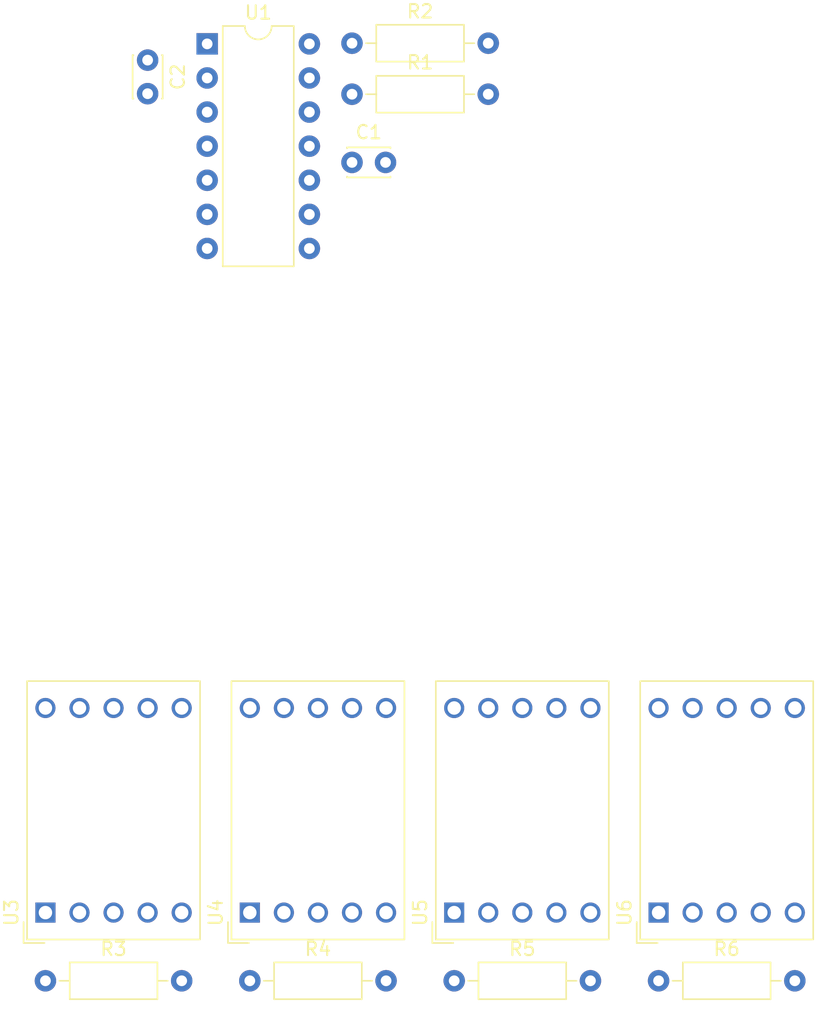
<source format=kicad_pcb>
(kicad_pcb (version 20211014) (generator pcbnew)
  (layers (0 "F.Cu" signal) (31 "B.Cu" signal) (34 "B.Paste" user) (35 "F.Paste" user) (36 "B.SilkS" user "B.Silkscreen") (37 "F.SilkS" user "F.Silkscreen") (38 "B.Mask" user) (39 "F.Mask" user) (44 "Edge.Cuts" user))
  (net 0 "")
  (net 1 "+3V3")
  (net 2 "GND")
  (net 3 "Net-(C2-Pad1)")
  (net 4 "Net-(R1-Pad2)")
  (net 5 "/DISP_CC1")
  (net 6 "Net-(R3-Pad1)")
  (net 7 "/DISP_CC2")
  (net 8 "Net-(R4-Pad1)")
  (net 9 "Net-(R5-Pad1)")
  (net 10 "/DISP_CC3")
  (net 11 "Net-(R6-Pad1)")
  (net 12 "/DISP_CC4")
  (net 13 "/TRIG")
  (net 19 "/DISP_D")
  (net 20 "/DISP_E")
  (net 21 "/DISP_F")
  (net 22 "/DISP_A")
  (net 23 "/DISP_G")
  (net 24 "/DISP_DP")
  (net 25 "/DISP_C")
  (net 26 "/DISP_B")
  (footprint "Resistor_THT:R_Axial_DIN0207_L6.3mm_D2.5mm_P10.16mm_Horizontal" (layer "F.Cu") (at 86.36 142.24)
    (fp_text reference "R3" (at 5.08 -2.37) (layer "F.SilkS"))
    (fp_text value "120")
    (fp_line (start 8.35 1.37) (end 8.35 -1.37) (layer "F.SilkS") (width 0.12))
    (fp_line (start 8.35 -1.37) (end 1.81 -1.37) (layer "F.SilkS") (width 0.12))
    (fp_line (start 9.12 0) (end 8.35 0) (layer "F.SilkS") (width 0.12))
    (fp_line (start 1.04 0) (end 1.81 0) (layer "F.SilkS") (width 0.12))
    (fp_line (start 1.81 1.37) (end 8.35 1.37) (layer "F.SilkS") (width 0.12))
    (fp_line (start 1.81 -1.37) (end 1.81 1.37) (layer "F.SilkS") (width 0.12))
    (pad "1" thru_hole circle (at 0 0) (size 1.6 1.6) (drill 0.8) (layers *.Cu *.Mask) (net 6 "Net-(R3-Pad1)"))
    (pad "2" thru_hole oval (at 10.16 0) (size 1.6 1.6) (drill 0.8) (layers *.Cu *.Mask) (net 5 "/DISP_CC1"))
  )
  (footprint "Package_DIP:DIP-14_W7.62mm" (layer "F.Cu") (at 98.42 72.45)
    (fp_text reference "U1" (at 3.81 -2.33) (layer "F.SilkS"))
    (fp_text value "74HC14")
    (fp_line (start 1.16 16.57) (end 6.46 16.57) (layer "F.SilkS") (width 0.12))
    (fp_line (start 6.46 16.57) (end 6.46 -1.33) (layer "F.SilkS") (width 0.12))
    (fp_line (start 6.46 -1.33) (end 4.81 -1.33) (layer "F.SilkS") (width 0.12))
    (fp_line (start 2.81 -1.33) (end 1.16 -1.33) (layer "F.SilkS") (width 0.12))
    (fp_line (start 1.16 -1.33) (end 1.16 16.57) (layer "F.SilkS") (width 0.12))
    (fp_arc (start 4.81 -1.33) (mid 3.81 -0.33) (end 2.81 -1.33) (layer "F.SilkS") (width 0.12))
    (pad "1" thru_hole rect (at 0 0) (size 1.6 1.6) (drill 0.8) (layers *.Cu *.Mask) (net 3 "Net-(C2-Pad1)"))
    (pad "2" thru_hole oval (at 0 2.54) (size 1.6 1.6) (drill 0.8) (layers *.Cu *.Mask) (net 13 "/TRIG"))
    (pad "3" thru_hole oval (at 0 5.08) (size 1.6 1.6) (drill 0.8) (layers *.Cu *.Mask) (net 2 "GND"))
    (pad "4" thru_hole oval (at 0 7.62) (size 1.6 1.6) (drill 0.8) (layers *.Cu *.Mask))
    (pad "5" thru_hole oval (at 0 10.16) (size 1.6 1.6) (drill 0.8) (layers *.Cu *.Mask) (net 2 "GND"))
    (pad "6" thru_hole oval (at 0 12.7) (size 1.6 1.6) (drill 0.8) (layers *.Cu *.Mask))
    (pad "7" thru_hole oval (at 0 15.24) (size 1.6 1.6) (drill 0.8) (layers *.Cu *.Mask) (net 2 "GND"))
    (pad "8" thru_hole oval (at 7.62 15.24) (size 1.6 1.6) (drill 0.8) (layers *.Cu *.Mask))
    (pad "9" thru_hole oval (at 7.62 12.7) (size 1.6 1.6) (drill 0.8) (layers *.Cu *.Mask) (net 2 "GND"))
    (pad "10" thru_hole oval (at 7.62 10.16) (size 1.6 1.6) (drill 0.8) (layers *.Cu *.Mask))
    (pad "11" thru_hole oval (at 7.62 7.62) (size 1.6 1.6) (drill 0.8) (layers *.Cu *.Mask) (net 2 "GND"))
    (pad "12" thru_hole oval (at 7.62 5.08) (size 1.6 1.6) (drill 0.8) (layers *.Cu *.Mask))
    (pad "13" thru_hole oval (at 7.62 2.54) (size 1.6 1.6) (drill 0.8) (layers *.Cu *.Mask) (net 2 "GND"))
    (pad "14" thru_hole oval (at 7.62 0) (size 1.6 1.6) (drill 0.8) (layers *.Cu *.Mask) (net 1 "+3V3"))
  )
  (footprint "Resistor_THT:R_Axial_DIN0207_L6.3mm_D2.5mm_P10.16mm_Horizontal" (layer "F.Cu") (at 101.6 142.24)
    (fp_text reference "R4" (at 5.08 -2.37) (layer "F.SilkS"))
    (fp_text value "120")
    (fp_line (start 1.81 -1.37) (end 1.81 1.37) (layer "F.SilkS") (width 0.12))
    (fp_line (start 8.35 -1.37) (end 1.81 -1.37) (layer "F.SilkS") (width 0.12))
    (fp_line (start 1.81 1.37) (end 8.35 1.37) (layer "F.SilkS") (width 0.12))
    (fp_line (start 9.12 0) (end 8.35 0) (layer "F.SilkS") (width 0.12))
    (fp_line (start 1.04 0) (end 1.81 0) (layer "F.SilkS") (width 0.12))
    (fp_line (start 8.35 1.37) (end 8.35 -1.37) (layer "F.SilkS") (width 0.12))
    (pad "1" thru_hole circle (at 0 0) (size 1.6 1.6) (drill 0.8) (layers *.Cu *.Mask) (net 8 "Net-(R4-Pad1)"))
    (pad "2" thru_hole oval (at 10.16 0) (size 1.6 1.6) (drill 0.8) (layers *.Cu *.Mask) (net 7 "/DISP_CC2"))
  )
  (footprint "Custom:SC56-11GWA" (layer "F.Cu") (at 137.16 129.54 90)
    (fp_text reference "U6" (at -7.62 -7.62 90 unlocked) (layer "F.SilkS"))
    (fp_text value "SC56-11GWA")
    (fp_line (start -9.885 -6.71) (end -9.885 -5.15) (layer "F.SilkS") (width 0.12))
    (fp_line (start -9.885 -6.71) (end -8.325 -6.71) (layer "F.SilkS") (width 0.12))
    (fp_rect (start -9.625 -6.45) (end 9.625 6.45) (layer "F.SilkS") (width 0.12) (fill none))
    (pad "1" thru_hole rect (at -7.62 -5.08 90) (size 1.5 1.5) (drill 1) (layers *.Cu *.Mask) (net 19 "/DISP_D"))
    (pad "2" thru_hole circle (at -7.62 -2.54 90) (size 1.5 1.5) (drill 1) (layers *.Cu *.Mask) (net 20 "/DISP_E"))
    (pad "3" thru_hole circle (at -7.62 0 90) (size 1.5 1.5) (drill 1) (layers *.Cu *.Mask) (net 11 "Net-(R6-Pad1)"))
    (pad "4" thru_hole circle (at -7.62 2.54 90) (size 1.5 1.5) (drill 1) (layers *.Cu *.Mask) (net 21 "/DISP_F"))
    (pad "5" thru_hole circle (at -7.62 5.08 90) (size 1.5 1.5) (drill 1) (layers *.Cu *.Mask) (net 22 "/DISP_A"))
    (pad "6" thru_hole circle (at 7.62 5.08 90) (size 1.5 1.5) (drill 1) (layers *.Cu *.Mask) (net 23 "/DISP_G"))
    (pad "7" thru_hole circle (at 7.62 2.54 90) (size 1.5 1.5) (drill 1) (layers *.Cu *.Mask) (net 24 "/DISP_DP"))
    (pad "8" thru_hole circle (at 7.62 0 90) (size 1.5 1.5) (drill 1) (layers *.Cu *.Mask) (net 11 "Net-(R6-Pad1)"))
    (pad "9" thru_hole circle (at 7.62 -2.54 90) (size 1.5 1.5) (drill 1) (layers *.Cu *.Mask) (net 25 "/DISP_C"))
    (pad "10" thru_hole circle (at 7.62 -5.08 90) (size 1.5 1.5) (drill 1) (layers *.Cu *.Mask) (net 26 "/DISP_B"))
  )
  (footprint "Custom:SC56-11GWA" (layer "F.Cu") (at 106.68 129.54 90)
    (fp_text reference "U4" (at -7.62 -7.62 90 unlocked) (layer "F.SilkS"))
    (fp_text value "SC56-11GWA")
    (fp_line (start -9.885 -6.71) (end -8.325 -6.71) (layer "F.SilkS") (width 0.12))
    (fp_line (start -9.885 -6.71) (end -9.885 -5.15) (layer "F.SilkS") (width 0.12))
    (fp_rect (start -9.625 -6.45) (end 9.625 6.45) (layer "F.SilkS") (width 0.12) (fill none))
    (pad "1" thru_hole rect (at -7.62 -5.08 90) (size 1.5 1.5) (drill 1) (layers *.Cu *.Mask) (net 19 "/DISP_D"))
    (pad "2" thru_hole circle (at -7.62 -2.54 90) (size 1.5 1.5) (drill 1) (layers *.Cu *.Mask) (net 20 "/DISP_E"))
    (pad "3" thru_hole circle (at -7.62 0 90) (size 1.5 1.5) (drill 1) (layers *.Cu *.Mask) (net 8 "Net-(R4-Pad1)"))
    (pad "4" thru_hole circle (at -7.62 2.54 90) (size 1.5 1.5) (drill 1) (layers *.Cu *.Mask) (net 21 "/DISP_F"))
    (pad "5" thru_hole circle (at -7.62 5.08 90) (size 1.5 1.5) (drill 1) (layers *.Cu *.Mask) (net 22 "/DISP_A"))
    (pad "6" thru_hole circle (at 7.62 5.08 90) (size 1.5 1.5) (drill 1) (layers *.Cu *.Mask) (net 23 "/DISP_G"))
    (pad "7" thru_hole circle (at 7.62 2.54 90) (size 1.5 1.5) (drill 1) (layers *.Cu *.Mask) (net 24 "/DISP_DP"))
    (pad "8" thru_hole circle (at 7.62 0 90) (size 1.5 1.5) (drill 1) (layers *.Cu *.Mask) (net 8 "Net-(R4-Pad1)"))
    (pad "9" thru_hole circle (at 7.62 -2.54 90) (size 1.5 1.5) (drill 1) (layers *.Cu *.Mask) (net 25 "/DISP_C"))
    (pad "10" thru_hole circle (at 7.62 -5.08 90) (size 1.5 1.5) (drill 1) (layers *.Cu *.Mask) (net 26 "/DISP_B"))
  )
  (footprint "Custom:SC56-11GWA" (layer "F.Cu") (at 121.92 129.54 90)
    (fp_text reference "U5" (at -7.62 -7.62 90 unlocked) (layer "F.SilkS"))
    (fp_text value "SC56-11GWA")
    (fp_line (start -9.885 -6.71) (end -8.325 -6.71) (layer "F.SilkS") (width 0.12))
    (fp_line (start -9.885 -6.71) (end -9.885 -5.15) (layer "F.SilkS") (width 0.12))
    (fp_rect (start -9.625 -6.45) (end 9.625 6.45) (layer "F.SilkS") (width 0.12) (fill none))
    (pad "1" thru_hole rect (at -7.62 -5.08 90) (size 1.5 1.5) (drill 1) (layers *.Cu *.Mask) (net 19 "/DISP_D"))
    (pad "2" thru_hole circle (at -7.62 -2.54 90) (size 1.5 1.5) (drill 1) (layers *.Cu *.Mask) (net 20 "/DISP_E"))
    (pad "3" thru_hole circle (at -7.62 0 90) (size 1.5 1.5) (drill 1) (layers *.Cu *.Mask) (net 9 "Net-(R5-Pad1)"))
    (pad "4" thru_hole circle (at -7.62 2.54 90) (size 1.5 1.5) (drill 1) (layers *.Cu *.Mask) (net 21 "/DISP_F"))
    (pad "5" thru_hole circle (at -7.62 5.08 90) (size 1.5 1.5) (drill 1) (layers *.Cu *.Mask) (net 22 "/DISP_A"))
    (pad "6" thru_hole circle (at 7.62 5.08 90) (size 1.5 1.5) (drill 1) (layers *.Cu *.Mask) (net 23 "/DISP_G"))
    (pad "7" thru_hole circle (at 7.62 2.54 90) (size 1.5 1.5) (drill 1) (layers *.Cu *.Mask) (net 24 "/DISP_DP"))
    (pad "8" thru_hole circle (at 7.62 0 90) (size 1.5 1.5) (drill 1) (layers *.Cu *.Mask) (net 9 "Net-(R5-Pad1)"))
    (pad "9" thru_hole circle (at 7.62 -2.54 90) (size 1.5 1.5) (drill 1) (layers *.Cu *.Mask) (net 25 "/DISP_C"))
    (pad "10" thru_hole circle (at 7.62 -5.08 90) (size 1.5 1.5) (drill 1) (layers *.Cu *.Mask) (net 26 "/DISP_B"))
  )
  (footprint "Capacitor_THT:C_Disc_D3.0mm_W2.0mm_P2.50mm" (layer "F.Cu") (at 109.22 81.28)
    (fp_text reference "C1" (at 1.25 -2.25) (layer "F.SilkS"))
    (fp_text value "100n")
    (fp_line (start 2.87 1.055) (end 2.87 1.12) (layer "F.SilkS") (width 0.12))
    (fp_line (start -0.37 1.055) (end -0.37 1.12) (layer "F.SilkS") (width 0.12))
    (fp_line (start -0.37 -1.12) (end 2.87 -1.12) (layer "F.SilkS") (width 0.12))
    (fp_line (start -0.37 -1.12) (end -0.37 -1.055) (layer "F.SilkS") (width 0.12))
    (fp_line (start 2.87 -1.12) (end 2.87 -1.055) (layer "F.SilkS") (width 0.12))
    (fp_line (start -0.37 1.12) (end 2.87 1.12) (layer "F.SilkS") (width 0.12))
    (pad "1" thru_hole circle (at 0 0) (size 1.6 1.6) (drill 0.8) (layers *.Cu *.Mask) (net 1 "+3V3"))
    (pad "2" thru_hole circle (at 2.5 0) (size 1.6 1.6) (drill 0.8) (layers *.Cu *.Mask) (net 2 "GND"))
  )
  (footprint "Resistor_THT:R_Axial_DIN0207_L6.3mm_D2.5mm_P10.16mm_Horizontal" (layer "F.Cu") (at 132.08 142.24)
    (fp_text reference "R6" (at 5.08 -2.37) (layer "F.SilkS"))
    (fp_text value "120")
    (fp_line (start 1.81 -1.37) (end 1.81 1.37) (layer "F.SilkS") (width 0.12))
    (fp_line (start 8.35 1.37) (end 8.35 -1.37) (layer "F.SilkS") (width 0.12))
    (fp_line (start 8.35 -1.37) (end 1.81 -1.37) (layer "F.SilkS") (width 0.12))
    (fp_line (start 1.04 0) (end 1.81 0) (layer "F.SilkS") (width 0.12))
    (fp_line (start 1.81 1.37) (end 8.35 1.37) (layer "F.SilkS") (width 0.12))
    (fp_line (start 9.12 0) (end 8.35 0) (layer "F.SilkS") (width 0.12))
    (pad "1" thru_hole circle (at 0 0) (size 1.6 1.6) (drill 0.8) (layers *.Cu *.Mask) (net 11 "Net-(R6-Pad1)"))
    (pad "2" thru_hole oval (at 10.16 0) (size 1.6 1.6) (drill 0.8) (layers *.Cu *.Mask) (net 12 "/DISP_CC4"))
  )
  (footprint "Capacitor_THT:C_Disc_D3.0mm_W2.0mm_P2.50mm" (layer "F.Cu") (at 93.98 73.66 -90)
    (fp_text reference "C2" (at 1.25 -2.25 90) (layer "F.SilkS"))
    (fp_text value "100n")
    (fp_line (start -0.37 1.12) (end 2.87 1.12) (layer "F.SilkS") (width 0.12))
    (fp_line (start -0.37 -1.12) (end 2.87 -1.12) (layer "F.SilkS") (width 0.12))
    (fp_line (start 2.87 1.055) (end 2.87 1.12) (layer "F.SilkS") (width 0.12))
    (fp_line (start -0.37 -1.12) (end -0.37 -1.055) (layer "F.SilkS") (width 0.12))
    (fp_line (start 2.87 -1.12) (end 2.87 -1.055) (layer "F.SilkS") (width 0.12))
    (fp_line (start -0.37 1.055) (end -0.37 1.12) (layer "F.SilkS") (width 0.12))
    (pad "1" thru_hole circle (at 0 0 270) (size 1.6 1.6) (drill 0.8) (layers *.Cu *.Mask) (net 3 "Net-(C2-Pad1)"))
    (pad "2" thru_hole circle (at 2.5 0 270) (size 1.6 1.6) (drill 0.8) (layers *.Cu *.Mask) (net 2 "GND"))
  )
  (footprint "Resistor_THT:R_Axial_DIN0207_L6.3mm_D2.5mm_P10.16mm_Horizontal" (layer "F.Cu") (at 109.22 76.2)
    (fp_text reference "R1" (at 5.08 -2.37) (layer "F.SilkS"))
    (fp_text value "220k")
    (fp_line (start 8.35 -1.37) (end 1.81 -1.37) (layer "F.SilkS") (width 0.12))
    (fp_line (start 1.04 0) (end 1.81 0) (layer "F.SilkS") (width 0.12))
    (fp_line (start 1.81 1.37) (end 8.35 1.37) (layer "F.SilkS") (width 0.12))
    (fp_line (start 8.35 1.37) (end 8.35 -1.37) (layer "F.SilkS") (width 0.12))
    (fp_line (start 9.12 0) (end 8.35 0) (layer "F.SilkS") (width 0.12))
    (fp_line (start 1.81 -1.37) (end 1.81 1.37) (layer "F.SilkS") (width 0.12))
    (pad "1" thru_hole circle (at 0 0) (size 1.6 1.6) (drill 0.8) (layers *.Cu *.Mask) (net 1 "+3V3"))
    (pad "2" thru_hole oval (at 10.16 0) (size 1.6 1.6) (drill 0.8) (layers *.Cu *.Mask) (net 4 "Net-(R1-Pad2)"))
  )
  (footprint "Resistor_THT:R_Axial_DIN0207_L6.3mm_D2.5mm_P10.16mm_Horizontal" (layer "F.Cu") (at 116.84 142.24)
    (fp_text reference "R5" (at 5.08 -2.37) (layer "F.SilkS"))
    (fp_text value "120")
    (fp_line (start 1.04 0) (end 1.81 0) (layer "F.SilkS") (width 0.12))
    (fp_line (start 8.35 1.37) (end 8.35 -1.37) (layer "F.SilkS") (width 0.12))
    (fp_line (start 1.81 1.37) (end 8.35 1.37) (layer "F.SilkS") (width 0.12))
    (fp_line (start 8.35 -1.37) (end 1.81 -1.37) (layer "F.SilkS") (width 0.12))
    (fp_line (start 9.12 0) (end 8.35 0) (layer "F.SilkS") (width 0.12))
    (fp_line (start 1.81 -1.37) (end 1.81 1.37) (layer "F.SilkS") (width 0.12))
    (pad "1" thru_hole circle (at 0 0) (size 1.6 1.6) (drill 0.8) (layers *.Cu *.Mask) (net 9 "Net-(R5-Pad1)"))
    (pad "2" thru_hole oval (at 10.16 0) (size 1.6 1.6) (drill 0.8) (layers *.Cu *.Mask) (net 10 "/DISP_CC3"))
  )
  (footprint "Custom:SC56-11GWA" (layer "F.Cu") (at 91.44 129.54 90)
    (fp_text reference "U3" (at -7.62 -7.62 90 unlocked) (layer "F.SilkS"))
    (fp_text value "SC56-11GWA")
    (fp_line (start -9.885 -6.71) (end -8.325 -6.71) (layer "F.SilkS") (width 0.12))
    (fp_line (start -9.885 -6.71) (end -9.885 -5.15) (layer "F.SilkS") (width 0.12))
    (fp_rect (start -9.625 -6.45) (end 9.625 6.45) (layer "F.SilkS") (width 0.12) (fill none))
    (pad "1" thru_hole rect (at -7.62 -5.08 90) (size 1.5 1.5) (drill 1) (layers *.Cu *.Mask) (net 19 "/DISP_D"))
    (pad "2" thru_hole circle (at -7.62 -2.54 90) (size 1.5 1.5) (drill 1) (layers *.Cu *.Mask) (net 20 "/DISP_E"))
    (pad "3" thru_hole circle (at -7.62 0 90) (size 1.5 1.5) (drill 1) (layers *.Cu *.Mask) (net 6 "Net-(R3-Pad1)"))
    (pad "4" thru_hole circle (at -7.62 2.54 90) (size 1.5 1.5) (drill 1) (layers *.Cu *.Mask) (net 21 "/DISP_F"))
    (pad "5" thru_hole circle (at -7.62 5.08 90) (size 1.5 1.5) (drill 1) (layers *.Cu *.Mask) (net 22 "/DISP_A"))
    (pad "6" thru_hole circle (at 7.62 5.08 90) (size 1.5 1.5) (drill 1) (layers *.Cu *.Mask) (net 23 "/DISP_G"))
    (pad "7" thru_hole circle (at 7.62 2.54 90) (size 1.5 1.5) (drill 1) (layers *.Cu *.Mask) (net 24 "/DISP_DP"))
    (pad "8" thru_hole circle (at 7.62 0 90) (size 1.5 1.5) (drill 1) (layers *.Cu *.Mask) (net 6 "Net-(R3-Pad1)"))
    (pad "9" thru_hole circle (at 7.62 -2.54 90) (size 1.5 1.5) (drill 1) (layers *.Cu *.Mask) (net 25 "/DISP_C"))
    (pad "10" thru_hole circle (at 7.62 -5.08 90) (size 1.5 1.5) (drill 1) (layers *.Cu *.Mask) (net 26 "/DISP_B"))
  )
  (footprint "Resistor_THT:R_Axial_DIN0207_L6.3mm_D2.5mm_P10.16mm_Horizontal" (layer "F.Cu") (at 109.22 72.4)
    (fp_text reference "R2" (at 5.08 -2.37) (layer "F.SilkS"))
    (fp_text value "220k")
    (fp_line (start 9.12 0) (end 8.35 0) (layer "F.SilkS") (width 0.12))
    (fp_line (start 1.04 0) (end 1.81 0) (layer "F.SilkS") (width 0.12))
    (fp_line (start 8.35 -1.37) (end 1.81 -1.37) (layer "F.SilkS") (width 0.12))
    (fp_line (start 8.35 1.37) (end 8.35 -1.37) (layer "F.SilkS") (width 0.12))
    (fp_line (start 1.81 -1.37) (end 1.81 1.37) (layer "F.SilkS") (width 0.12))
    (fp_line (start 1.81 1.37) (end 8.35 1.37) (layer "F.SilkS") (width 0.12))
    (pad "1" thru_hole circle (at 0 0) (size 1.6 1.6) (drill 0.8) (layers *.Cu *.Mask) (net 3 "Net-(C2-Pad1)"))
    (pad "2" thru_hole oval (at 10.16 0) (size 1.6 1.6) (drill 0.8) (layers *.Cu *.Mask) (net 4 "Net-(R1-Pad2)"))
  )
)
</source>
